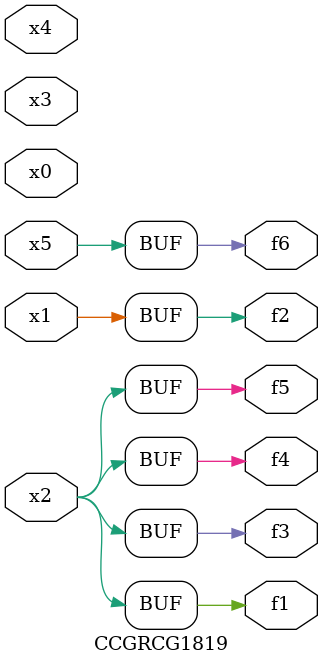
<source format=v>
module CCGRCG1819(
	input x0, x1, x2, x3, x4, x5,
	output f1, f2, f3, f4, f5, f6
);
	assign f1 = x2;
	assign f2 = x1;
	assign f3 = x2;
	assign f4 = x2;
	assign f5 = x2;
	assign f6 = x5;
endmodule

</source>
